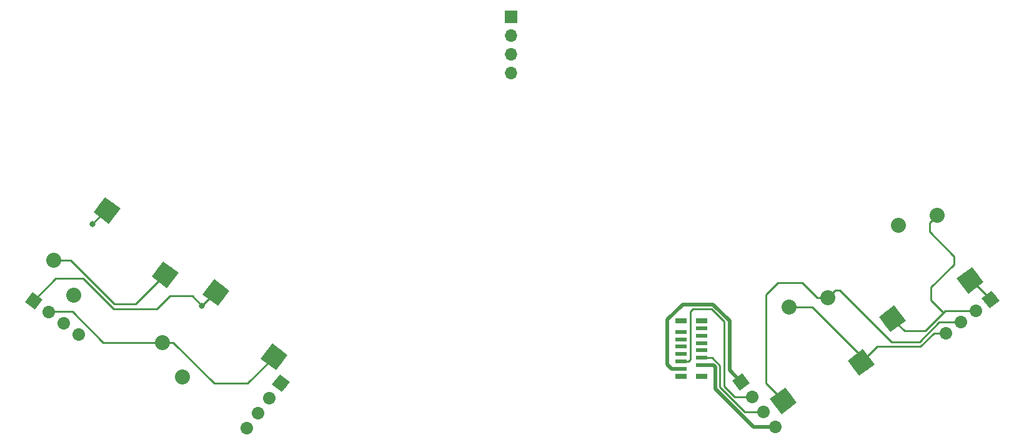
<source format=gbr>
G04 #@! TF.GenerationSoftware,KiCad,Pcbnew,(5.1.4)-1*
G04 #@! TF.CreationDate,2023-12-29T13:05:47-05:00*
G04 #@! TF.ProjectId,ThumbsUp,5468756d-6273-4557-902e-6b696361645f,rev?*
G04 #@! TF.SameCoordinates,Original*
G04 #@! TF.FileFunction,Copper,L2,Bot*
G04 #@! TF.FilePolarity,Positive*
%FSLAX46Y46*%
G04 Gerber Fmt 4.6, Leading zero omitted, Abs format (unit mm)*
G04 Created by KiCad (PCBNEW (5.1.4)-1) date 2023-12-29 13:05:47*
%MOMM*%
%LPD*%
G04 APERTURE LIST*
%ADD10R,1.500000X0.800000*%
%ADD11R,1.500000X0.600000*%
%ADD12C,2.600000*%
%ADD13C,0.100000*%
%ADD14C,2.032000*%
%ADD15C,1.700000*%
%ADD16C,1.700000*%
%ADD17R,1.700000X1.700000*%
%ADD18O,1.700000X1.700000*%
%ADD19C,0.800000*%
%ADD20C,0.250000*%
%ADD21C,0.254000*%
%ADD22C,0.508000*%
G04 APERTURE END LIST*
D10*
X178020000Y-12950000D03*
X180820000Y-12950000D03*
X178020000Y-5450000D03*
X180820000Y-5450000D03*
D11*
X178020000Y-11950000D03*
X180820000Y-11450000D03*
X178020000Y-10950000D03*
X180820000Y-10450000D03*
X178020000Y-9950000D03*
X180820000Y-9450000D03*
X178020000Y-8950000D03*
X180820000Y-8450000D03*
X178020000Y-7950000D03*
X180820000Y-7450000D03*
X178020000Y-6950000D03*
X180820000Y-6450000D03*
D12*
X191913128Y-16293541D03*
D13*
G36*
X192168995Y-14472955D02*
G01*
X193733714Y-16549408D01*
X191657261Y-18114127D01*
X190092542Y-16037674D01*
X192168995Y-14472955D01*
X192168995Y-14472955D01*
G37*
D14*
X192714322Y-3606689D03*
X197971311Y-2274749D03*
D12*
X202461362Y-11099576D03*
D13*
G36*
X202717229Y-9278990D02*
G01*
X204281948Y-11355443D01*
X202205495Y-12920162D01*
X200640776Y-10843709D01*
X202717229Y-9278990D01*
X202717229Y-9278990D01*
G37*
D15*
X96392618Y-7291511D03*
D16*
X96392618Y-7291511D02*
X96392618Y-7291511D01*
D15*
X94364083Y-5762901D03*
D16*
X94364083Y-5762901D02*
X94364083Y-5762901D01*
D15*
X92335549Y-4234291D03*
D16*
X92335549Y-4234291D02*
X92335549Y-4234291D01*
D15*
X90307015Y-2705681D03*
D13*
G36*
X90474312Y-3896064D02*
G01*
X89116632Y-2872978D01*
X90139718Y-1515298D01*
X91497398Y-2538384D01*
X90474312Y-3896064D01*
X90474312Y-3896064D01*
G37*
D15*
X213915141Y-7137906D03*
D16*
X213915141Y-7137906D02*
X213915141Y-7137906D01*
D15*
X215943676Y-5609296D03*
D16*
X215943676Y-5609296D02*
X215943676Y-5609296D01*
D15*
X217972210Y-4080686D03*
D16*
X217972210Y-4080686D02*
X217972210Y-4080686D01*
D15*
X220000744Y-2552076D03*
D13*
G36*
X218810361Y-2384779D02*
G01*
X220168041Y-1361693D01*
X221191127Y-2719373D01*
X219833447Y-3742459D01*
X218810361Y-2384779D01*
X218810361Y-2384779D01*
G37*
D12*
X122922779Y-10336376D03*
D13*
G36*
X121102193Y-10592243D02*
G01*
X122666912Y-8515790D01*
X124743365Y-10080509D01*
X123178646Y-12156962D01*
X121102193Y-10592243D01*
X121102193Y-10592243D01*
G37*
D14*
X110506555Y-13063190D03*
X107777189Y-8376980D03*
D12*
X115022532Y-1628415D03*
D13*
G36*
X113201946Y-1884282D02*
G01*
X114766665Y192171D01*
X116843118Y-1372548D01*
X115278399Y-3449001D01*
X113201946Y-1884282D01*
X113201946Y-1884282D01*
G37*
D12*
X108148022Y797201D03*
D13*
G36*
X106327436Y541334D02*
G01*
X107892155Y2617787D01*
X109968608Y1053068D01*
X108403889Y-1023385D01*
X106327436Y541334D01*
X106327436Y541334D01*
G37*
D14*
X95731798Y-1929613D03*
X93002432Y2756597D03*
D12*
X100247775Y9505162D03*
D13*
G36*
X98427189Y9249295D02*
G01*
X99991908Y11325748D01*
X102068361Y9761029D01*
X100503642Y7684576D01*
X98427189Y9249295D01*
X98427189Y9249295D01*
G37*
D12*
X206687885Y-5159963D03*
D13*
G36*
X206943752Y-3339377D02*
G01*
X208508471Y-5415830D01*
X206432018Y-6980549D01*
X204867299Y-4904096D01*
X206943752Y-3339377D01*
X206943752Y-3339377D01*
G37*
D14*
X207489079Y7526889D03*
X212746068Y8858829D03*
D12*
X217236119Y34002D03*
D13*
G36*
X217491986Y1854588D02*
G01*
X219056705Y-221865D01*
X216980252Y-1786584D01*
X215415533Y289869D01*
X217491986Y1854588D01*
X217491986Y1854588D01*
G37*
D17*
X155058765Y35821751D03*
D18*
X155058765Y33281751D03*
X155058765Y30741751D03*
X155058765Y28201751D03*
D15*
X190793643Y-19802834D03*
D16*
X190793643Y-19802834D02*
X190793643Y-19802834D01*
D15*
X189265033Y-17774299D03*
D16*
X189265033Y-17774299D02*
X189265033Y-17774299D01*
D15*
X187736423Y-15745765D03*
D16*
X187736423Y-15745765D02*
X187736423Y-15745765D01*
D15*
X186207813Y-13717231D03*
D13*
G36*
X186040516Y-14907614D02*
G01*
X185017430Y-13549934D01*
X186375110Y-12526848D01*
X187398196Y-13884528D01*
X186040516Y-14907614D01*
X186040516Y-14907614D01*
G37*
D15*
X119234284Y-20001436D03*
D16*
X119234284Y-20001436D02*
X119234284Y-20001436D01*
D15*
X120762894Y-17972901D03*
D16*
X120762894Y-17972901D02*
X120762894Y-17972901D01*
D15*
X122291504Y-15944367D03*
D16*
X122291504Y-15944367D02*
X122291504Y-15944367D01*
D15*
X123820114Y-13915833D03*
D13*
G36*
X122629731Y-14083130D02*
G01*
X123652817Y-12725450D01*
X125010497Y-13748536D01*
X123987411Y-15106216D01*
X122629731Y-14083130D01*
X122629731Y-14083130D01*
G37*
D19*
X98300000Y7710000D03*
X113150000Y-3390000D03*
D20*
X100095162Y9505162D02*
X100247775Y9505162D01*
X98300000Y7710000D02*
X100095162Y9505162D01*
X104160821Y-3190000D02*
X108148022Y797201D01*
X101250000Y-3190000D02*
X104160821Y-3190000D01*
X93002432Y2756597D02*
X95303403Y2756597D01*
X95303403Y2756597D02*
X101250000Y-3190000D01*
X109214029Y-8376980D02*
X114777049Y-13940000D01*
X107777189Y-8376980D02*
X109214029Y-8376980D01*
X119319155Y-13940000D02*
X122922779Y-10336376D01*
X114777049Y-13940000D02*
X119319155Y-13940000D01*
X99736980Y-8376980D02*
X107777189Y-8376980D01*
X95550000Y-4190000D02*
X99736980Y-8376980D01*
X92335549Y-4234291D02*
X92379840Y-4190000D01*
X92379840Y-4190000D02*
X95550000Y-4190000D01*
X114911585Y-1628415D02*
X115022532Y-1628415D01*
X113150000Y-3390000D02*
X114911585Y-1628415D01*
X90307015Y-2705681D02*
X93322696Y310000D01*
X93322696Y310000D02*
X97000000Y310000D01*
X101175356Y-3865356D02*
X106974644Y-3865356D01*
X97000000Y310000D02*
X101175356Y-3865356D01*
X106974644Y-3865356D02*
X108750000Y-2090000D01*
X111850000Y-2090000D02*
X113150000Y-3390000D01*
X108750000Y-2090000D02*
X111850000Y-2090000D01*
X212302094Y-7137906D02*
X213915141Y-7137906D01*
X210500000Y-8940000D02*
X212302094Y-7137906D01*
X202461362Y-11099576D02*
X204620938Y-8940000D01*
X204620938Y-8940000D02*
X210500000Y-8940000D01*
X202461362Y-10201362D02*
X202461362Y-11099576D01*
X192714322Y-3606689D02*
X195866689Y-3606689D01*
X195866689Y-3606689D02*
X202461362Y-10201362D01*
X214741595Y-5609296D02*
X215943676Y-5609296D01*
X198987310Y-1258750D02*
X199518750Y-1258750D01*
X197971311Y-2274749D02*
X198987310Y-1258750D01*
X199518750Y-1258750D02*
X206550000Y-8290000D01*
X206550000Y-8290000D02*
X210350000Y-8290000D01*
X210350000Y-8290000D02*
X213030704Y-5609296D01*
X213030704Y-5609296D02*
X214741595Y-5609296D01*
X190914146Y-15294559D02*
X191913128Y-16293541D01*
X196534471Y-2274749D02*
X194499722Y-240000D01*
X197971311Y-2274749D02*
X196534471Y-2274749D01*
X194499722Y-240000D02*
X191200000Y-240000D01*
X191200000Y-240000D02*
X189550000Y-1890000D01*
X189550000Y-1890000D02*
X189550000Y-13930413D01*
X189550000Y-13930413D02*
X190914146Y-15294559D01*
X208317922Y-6790000D02*
X206687885Y-5159963D01*
X211150000Y-6790000D02*
X208317922Y-6790000D01*
X217972210Y-4080686D02*
X213859314Y-4080686D01*
X213859314Y-4080686D02*
X213625000Y-4315000D01*
X213625000Y-4315000D02*
X211150000Y-6790000D01*
X211950000Y-2640000D02*
X213625000Y-4315000D01*
X211730069Y7842830D02*
X211730069Y6629931D01*
X212746068Y8858829D02*
X211730069Y7842830D01*
X215050000Y3310000D02*
X215050000Y2210000D01*
X215050000Y2210000D02*
X211950000Y-890000D01*
X211730069Y6629931D02*
X215050000Y3310000D01*
X211950000Y-890000D02*
X211950000Y-2640000D01*
X217414666Y34002D02*
X217236119Y34002D01*
X220000744Y-2552076D02*
X217414666Y34002D01*
X189265033Y-17774299D02*
X187811155Y-17774299D01*
D21*
X183301011Y-11499338D02*
X182251673Y-10450000D01*
X181824000Y-10450000D02*
X180820000Y-10450000D01*
X186682231Y-17774299D02*
X183301011Y-14393079D01*
X183301011Y-14393079D02*
X183301011Y-11499338D01*
X187811155Y-17774299D02*
X186682231Y-17774299D01*
X182251673Y-10450000D02*
X181824000Y-10450000D01*
D20*
X187736423Y-15745765D02*
X186419031Y-15745765D01*
D21*
X182160000Y-3810000D02*
X179680000Y-3810000D01*
X186419031Y-15745765D02*
X185295765Y-15745765D01*
X179680000Y-3810000D02*
X179290000Y-4200000D01*
X183890000Y-5540000D02*
X182160000Y-3810000D01*
X183890000Y-14340000D02*
X183890000Y-5540000D01*
X185295765Y-15745765D02*
X183890000Y-14340000D01*
X179290000Y-4200000D02*
X179290000Y-10684000D01*
X179290000Y-10684000D02*
X179024000Y-10950000D01*
X179024000Y-10950000D02*
X178020000Y-10950000D01*
D22*
X182720000Y-11740000D02*
X182430000Y-11450000D01*
X182720000Y-14633741D02*
X182720000Y-11740000D01*
X182430000Y-11450000D02*
X180820000Y-11450000D01*
X187889093Y-19802834D02*
X182720000Y-14633741D01*
X190793643Y-19802834D02*
X187889093Y-19802834D01*
X176762000Y-11950000D02*
X178020000Y-11950000D01*
X176220000Y-11408000D02*
X176762000Y-11950000D01*
X184610000Y-12119418D02*
X184610000Y-5438327D01*
X186207813Y-13717231D02*
X184610000Y-12119418D01*
X184610000Y-5438327D02*
X182400662Y-3228989D01*
X182400662Y-3228989D02*
X178273809Y-3228989D01*
X178273809Y-3228989D02*
X176220000Y-5282798D01*
X176220000Y-5282798D02*
X176220000Y-11408000D01*
M02*

</source>
